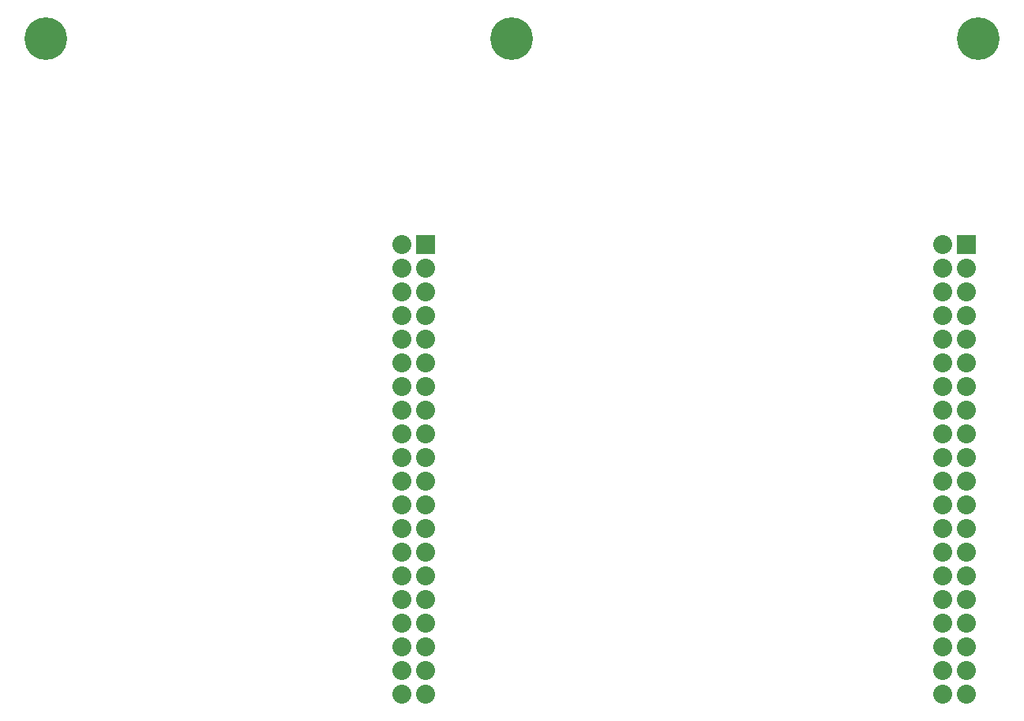
<source format=gts>
G04 (created by PCBNEW-RS274X (2012-01-19 BZR 3256)-stable) date 5/23/2012 10:37:18 AM*
G01*
G70*
G90*
%MOIN*%
G04 Gerber Fmt 3.4, Leading zero omitted, Abs format*
%FSLAX34Y34*%
G04 APERTURE LIST*
%ADD10C,0.006000*%
%ADD11R,0.080000X0.080000*%
%ADD12C,0.080000*%
%ADD13C,0.180000*%
G04 APERTURE END LIST*
G54D10*
G54D11*
X98366Y-16992D03*
G54D12*
X97366Y-16992D03*
X98366Y-21992D03*
X97366Y-17992D03*
X98366Y-22992D03*
X97366Y-18992D03*
X98366Y-23992D03*
X97366Y-19992D03*
X98366Y-24992D03*
X97366Y-20992D03*
X98366Y-25992D03*
X97366Y-21992D03*
X98366Y-26992D03*
X97366Y-22992D03*
X98366Y-27992D03*
X97366Y-23992D03*
X98366Y-28992D03*
X97366Y-24992D03*
X98366Y-29992D03*
X97366Y-25992D03*
X98366Y-30992D03*
X97366Y-26992D03*
X98366Y-31992D03*
X97366Y-27992D03*
X97366Y-28992D03*
X98366Y-32992D03*
X97366Y-29992D03*
X97366Y-31992D03*
X97366Y-32992D03*
X97366Y-33992D03*
X97366Y-34992D03*
X98366Y-33992D03*
X98366Y-34992D03*
X98366Y-17992D03*
X98366Y-18992D03*
X98366Y-19992D03*
X98366Y-20992D03*
X98366Y-35992D03*
X97366Y-35992D03*
X97366Y-30992D03*
G54D11*
X75532Y-16992D03*
G54D12*
X74532Y-16992D03*
X75532Y-21992D03*
X74532Y-17992D03*
X75532Y-22992D03*
X74532Y-18992D03*
X75532Y-23992D03*
X74532Y-19992D03*
X75532Y-24992D03*
X74532Y-20992D03*
X75532Y-25992D03*
X74532Y-21992D03*
X75532Y-26992D03*
X74532Y-22992D03*
X75532Y-27992D03*
X74532Y-23992D03*
X75532Y-28992D03*
X74532Y-24992D03*
X75532Y-29992D03*
X74532Y-25992D03*
X75532Y-30992D03*
X74532Y-26992D03*
X75532Y-31992D03*
X74532Y-27992D03*
X74532Y-28992D03*
X75532Y-32992D03*
X74532Y-29992D03*
X74532Y-31992D03*
X74532Y-32992D03*
X74532Y-33992D03*
X74532Y-34992D03*
X75532Y-33992D03*
X75532Y-34992D03*
X75532Y-17992D03*
X75532Y-18992D03*
X75532Y-19992D03*
X75532Y-20992D03*
X75532Y-35992D03*
X74532Y-35992D03*
X74532Y-30992D03*
G54D13*
X98850Y-08283D03*
X79165Y-08283D03*
X59480Y-08283D03*
M02*

</source>
